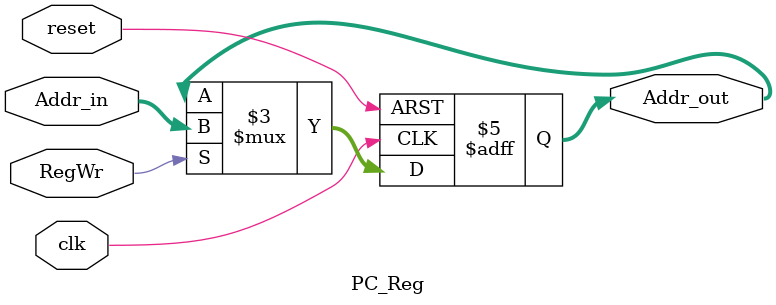
<source format=v>
`timescale 1ns/1ps

module PC_Reg(clk, reset, RegWr, Addr_in, Addr_out);
input clk;
input reset;
input RegWr;
input [31:0] Addr_in;
output reg [31:0] Addr_out;

always @(posedge clk or negedge reset) begin
	if (~reset)
	begin
		Addr_out <= 32'h80000000;	
	end
	else
	begin
		if(RegWr)
		begin
			Addr_out <= Addr_in;
		end
	end
end

endmodule
</source>
